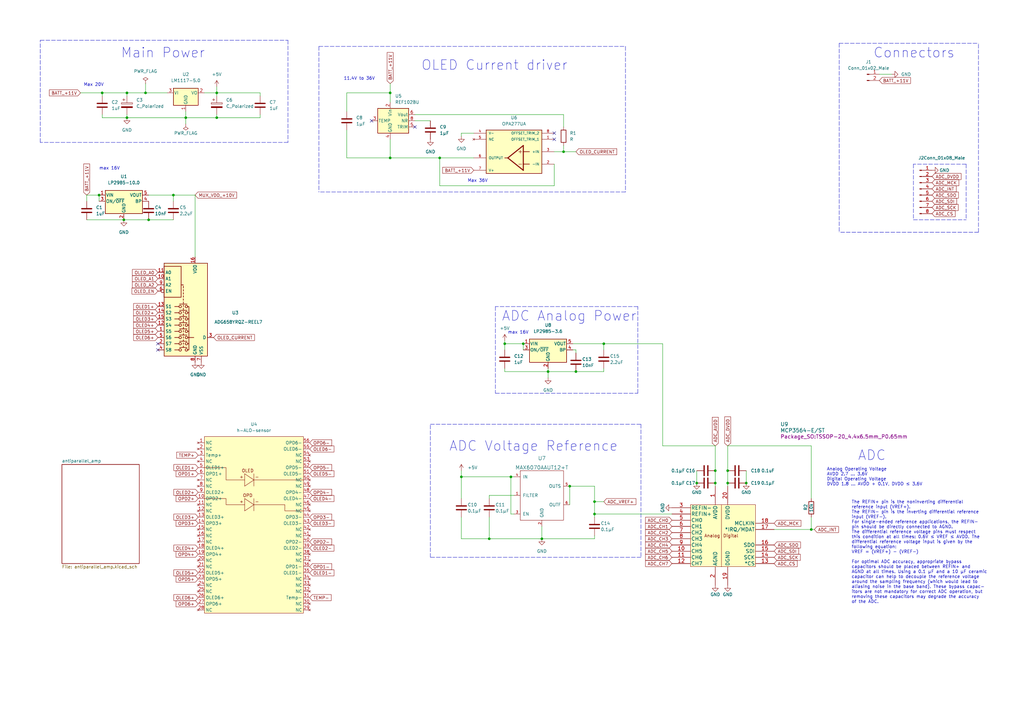
<source format=kicad_sch>
(kicad_sch (version 20211123) (generator eeschema)
  (paper "A3")
  (lib_symbols
    (symbol "ADG658:ADG658YRQZ-REEL7"
      (property "Reference" "U" (at 8.89 38.1 0))
      (property "Value" "ADG658YRQZ-REEL7" (at 1.27 36.83 0))
      (symbol "ADG658YRQZ-REEL7_1_1"
        (pin bidirectional line (at -11.43 -7.62 0) (length 2.54) (name "S5") (number "1"))
        (pin input line (at -11.43 13.97 0) (length 2.54) (name "A1") (number "10"))
        (pin input line (at -11.43 16.51 0) (length 2.54) (name "A0") (number "11"))
        (pin bidirectional line (at -11.43 -5.08 0) (length 2.54) (name "S4") (number "12"))
        (pin bidirectional line (at -11.43 2.54 0) (length 2.54) (name "S1") (number "13"))
        (pin bidirectional line (at -11.43 0 0) (length 2.54) (name "S2") (number "14"))
        (pin bidirectional line (at -11.43 -2.54 0) (length 2.54) (name "S3") (number "15"))
        (pin power_in line (at 3.81 22.86 270) (length 2.54) (name "VDD") (number "16"))
        (pin bidirectional line (at -11.43 -12.7 0) (length 2.54) (name "S7") (number "2"))
        (pin bidirectional line (at 11.43 -10.16 180) (length 2.54) (name "D") (number "3"))
        (pin bidirectional line (at -11.43 -15.24 0) (length 2.54) (name "S8") (number "4"))
        (pin bidirectional line (at -11.43 -10.16 0) (length 2.54) (name "S6") (number "5"))
        (pin input inverted (at -11.43 8.89 0) (length 2.54) (name "EN") (number "6"))
        (pin power_in line (at 6.35 -20.32 90) (length 2.54) (name "VSS") (number "7"))
        (pin power_in line (at 3.81 -20.32 90) (length 2.54) (name "GND") (number "8"))
        (pin input line (at -11.43 11.43 0) (length 2.54) (name "A2") (number "9"))
      )
    )
    (symbol "Connector:Conn_01x02_Male" (pin_names (offset 1.016) hide)
      (property "Reference" "J" (at 0 2.54 0))
      (property "Value" "Conn_01x02_Male" (at 0 -5.08 0))
      (symbol "Conn_01x02_Male_1_1"
        (pin passive line (at 5.08 0 180) (length 3.81) (name "Pin_1") (number "1"))
        (pin passive line (at 5.08 -2.54 180) (length 3.81) (name "Pin_2") (number "2"))
      )
    )
    (symbol "Connector:Conn_01x08_Male" (pin_names (offset 1.016) hide)
      (property "Reference" "J" (at 0 10.16 0))
      (property "Value" "Conn_01x08_Male" (at 0 -12.7 0))
      (symbol "Conn_01x08_Male_1_1"
        (pin passive line (at 5.08 7.62 180) (length 3.81) (name "Pin_1") (number "1"))
        (pin passive line (at 5.08 5.08 180) (length 3.81) (name "Pin_2") (number "2"))
        (pin passive line (at 5.08 2.54 180) (length 3.81) (name "Pin_3") (number "3"))
        (pin passive line (at 5.08 0 180) (length 3.81) (name "Pin_4") (number "4"))
        (pin passive line (at 5.08 -2.54 180) (length 3.81) (name "Pin_5") (number "5"))
        (pin passive line (at 5.08 -5.08 180) (length 3.81) (name "Pin_6") (number "6"))
        (pin passive line (at 5.08 -7.62 180) (length 3.81) (name "Pin_7") (number "7"))
        (pin passive line (at 5.08 -10.16 180) (length 3.81) (name "Pin_8") (number "8"))
      )
    )
    (symbol "Device:C" (pin_numbers hide) (pin_names (offset 0.254))
      (property "Reference" "C" (at 0.635 2.54 0))
      (property "Value" "C" (at 0.635 -2.54 0))
      (symbol "C_1_1"
        (pin passive line (at 0 3.81 270) (length 2.794) (name "~") (number "1"))
        (pin passive line (at 0 -3.81 90) (length 2.794) (name "~") (number "2"))
      )
    )
    (symbol "Device:C_Polarized" (pin_numbers hide) (pin_names (offset 0.254))
      (property "Reference" "C" (at 0.635 2.54 0))
      (property "Value" "C_Polarized" (at 0.635 -2.54 0))
      (symbol "C_Polarized_1_1"
        (pin passive line (at 0 3.81 270) (length 2.794) (name "~") (number "1"))
        (pin passive line (at 0 -3.81 90) (length 2.794) (name "~") (number "2"))
      )
    )
    (symbol "Device:R" (pin_numbers hide) (pin_names (offset 0))
      (property "Reference" "R" (at 2.032 0 90))
      (property "Value" "R" (at 0 0 90))
      (symbol "R_1_1"
        (pin passive line (at 0 3.81 270) (length 1.27) (name "~") (number "1"))
        (pin passive line (at 0 -3.81 90) (length 1.27) (name "~") (number "2"))
      )
    )
    (symbol "MAX6070:MAX6070AAUT12+T" (pin_names (offset 1.016))
      (property "Reference" "U" (at -8.89 11.43 0))
      (property "Value" "MAX6070AAUT12+T" (at 8.89 11.43 0))
      (symbol "MAX6070AAUT12+T_1_1"
        (pin passive line (at -11.43 0 0) (length 2.54) (name "FILTER") (number "1"))
        (pin power_in line (at 0 -12.7 90) (length 2.54) (name "GND") (number "2"))
        (pin input line (at -11.43 -7.62 0) (length 2.54) (name "EN") (number "3"))
        (pin power_in line (at -11.43 7.62 0) (length 2.54) (name "IN") (number "4"))
        (pin passive line (at 11.43 3.81 180) (length 2.54) (name "OUTS") (number "5"))
        (pin power_out line (at 11.43 -3.81 180) (length 2.54) (name "OUTF") (number "6"))
      )
    )
    (symbol "MCP356x:MCP3564-E{slash}ST" (pin_names (offset 0.254))
      (property "Reference" "U" (at 27.94 2.54 0))
      (property "Value" "MCP3564-E{slash}ST" (at 27.94 -1.27 0))
      (property "Footprint" "Package_SO:TSSOP-20_4.4x6.5mm_P0.65mm" (at 27.94 6.096 0))
      (symbol "MCP3564-E{slash}ST_0_0"
        (text "Analog" (at -3.81 0 0) (effects (font (size 1.27 1.27))))
        (text "Digital" (at 3.81 0 0) (effects (font (size 1.27 1.27))))
      )
      (symbol "MCP3564-E{slash}ST_1_1"
        (pin power_in line (at -2.54 20.32 270) (length 7.62) (name "AVDD") (number "1"))
        (pin input line (at -20.32 -6.35 0) (length 7.62) (name "CH5") (number "10"))
        (pin input line (at -20.32 -8.89 0) (length 7.62) (name "CH6") (number "11"))
        (pin input line (at -20.32 -11.43 0) (length 7.62) (name "CH7") (number "12"))
        (pin input line (at 21.59 -11.43 180) (length 7.62) (name "*CS") (number "13"))
        (pin input line (at 21.59 -8.89 180) (length 7.62) (name "SCK") (number "14"))
        (pin input line (at 21.59 -6.35 180) (length 7.62) (name "SDI") (number "15"))
        (pin output line (at 21.59 -3.81 180) (length 7.62) (name "SDO") (number "16"))
        (pin output line (at 21.59 2.54 180) (length 7.62) (name "*IRQ/MDAT") (number "17"))
        (pin bidirectional line (at 21.59 5.08 180) (length 7.62) (name "MCLKIN") (number "18"))
        (pin power_in line (at 2.54 -20.32 90) (length 7.62) (name "DGND") (number "19"))
        (pin power_in line (at -2.54 -20.32 90) (length 7.62) (name "AGND") (number "2"))
        (pin power_in line (at 2.54 20.32 270) (length 7.62) (name "DVDD") (number "20"))
        (pin input line (at -20.32 11.43 0) (length 7.62) (name "REFIN-") (number "3"))
        (pin input line (at -20.32 8.89 0) (length 7.62) (name "REFIN+") (number "4"))
        (pin input line (at -20.32 6.35 0) (length 7.62) (name "CH0") (number "5"))
        (pin input line (at -20.32 3.81 0) (length 7.62) (name "CH1") (number "6"))
        (pin input line (at -20.32 1.27 0) (length 7.62) (name "CH2") (number "7"))
        (pin input line (at -20.32 -1.27 0) (length 7.62) (name "CH3") (number "8"))
        (pin input line (at -20.32 -3.81 0) (length 7.62) (name "CH4") (number "9"))
      )
    )
    (symbol "OPAx277:OPA277UA" (pin_names (offset 1.016))
      (property "Reference" "U" (at -10.16 13.97 0))
      (property "Value" "OPA277UA" (at -10.16 -6.35 0))
      (symbol "OPA277UA_0_0"
        (pin input line (at -15.24 0 0) (length 5.08) (name "OFFSET_TRIM_1") (number "1"))
        (pin input line (at -15.24 10.16 0) (length 5.08) (name "-IN") (number "2"))
        (pin input line (at -15.24 5.08 0) (length 5.08) (name "+IN") (number "3"))
        (pin power_in line (at 17.78 -2.54 180) (length 5.08) (name "V-") (number "4"))
        (pin no_connect line (at 17.78 0 180) (length 5.08) (name "NC") (number "5"))
        (pin output line (at 17.78 7.62 180) (length 5.08) (name "OUTPUT") (number "6"))
        (pin power_in line (at 17.78 12.7 180) (length 5.08) (name "V+") (number "7"))
        (pin input line (at -15.24 -2.54 0) (length 5.08) (name "OFFSET_TRIM_2") (number "8"))
      )
    )
    (symbol "Reference_Voltage:REF102BU" (pin_names (offset 0.254))
      (property "Reference" "U" (at 0 8.255 0))
      (property "Value" "REF102BU" (at 3.175 6.35 0))
      (symbol "REF102BU_1_1"
        (pin no_connect line (at -5.08 -5.08 90) (length 2.54) hide (name "NC") (number "1"))
        (pin power_in line (at -2.54 7.62 270) (length 2.54) (name "Vin") (number "2"))
        (pin passive line (at -10.16 0 0) (length 2.54) (name "TEMP") (number "3"))
        (pin power_in line (at -2.54 -7.62 90) (length 2.54) (name "GND") (number "4"))
        (pin passive line (at 7.62 -2.54 180) (length 2.54) (name "TRIM") (number "5"))
        (pin power_out line (at 7.62 2.54 180) (length 2.54) (name "Vout") (number "6"))
        (pin no_connect line (at 0 -5.08 90) (length 2.54) hide (name "NC") (number "7"))
        (pin passive line (at 7.62 0 180) (length 2.54) (name "NR") (number "8"))
      )
    )
    (symbol "Regulator_Linear:LM1117-5.0" (pin_names (offset 0.254))
      (property "Reference" "U" (at -3.81 3.175 0))
      (property "Value" "LM1117-5.0" (at 0 3.175 0))
      (symbol "LM1117-5.0_1_1"
        (pin power_in line (at 0 -7.62 90) (length 2.54) (name "GND") (number "1"))
        (pin power_out line (at 7.62 0 180) (length 2.54) (name "VO") (number "2"))
        (pin power_in line (at -7.62 0 0) (length 2.54) (name "VI") (number "3"))
      )
    )
    (symbol "Regulator_Linear:LP2985-10.0" (pin_names (offset 0.254))
      (property "Reference" "U" (at -6.35 5.715 0))
      (property "Value" "LP2985-10.0" (at 0 5.715 0))
      (symbol "LP2985-10.0_1_1"
        (pin power_in line (at -10.16 2.54 0) (length 2.54) (name "VIN") (number "1"))
        (pin power_in line (at 0 -7.62 90) (length 2.54) (name "GND") (number "2"))
        (pin input line (at -10.16 0 0) (length 2.54) (name "ON/~{OFF}") (number "3"))
        (pin input line (at 10.16 0 180) (length 2.54) (name "BP") (number "4"))
        (pin power_out line (at 10.16 2.54 180) (length 2.54) (name "VOUT") (number "5"))
      )
    )
    (symbol "Regulator_Linear:LP2985-3.3" (pin_names (offset 0.254))
      (property "Reference" "U" (at -6.35 5.715 0))
      (property "Value" "LP2985-3.3" (at 0 5.715 0))
      (symbol "LP2985-3.3_1_1"
        (pin power_in line (at -10.16 2.54 0) (length 2.54) (name "VIN") (number "1"))
        (pin power_in line (at 0 -7.62 90) (length 2.54) (name "GND") (number "2"))
        (pin input line (at -10.16 0 0) (length 2.54) (name "ON/~{OFF}") (number "3"))
        (pin input line (at 10.16 0 180) (length 2.54) (name "BP") (number "4"))
        (pin power_out line (at 10.16 2.54 180) (length 2.54) (name "VOUT") (number "5"))
      )
    )
    (symbol "h-ALO:h-ALO-sensor"
      (property "Reference" "U" (at 0 20.32 0))
      (property "Value" "h-ALO-sensor" (at 0 22.86 0))
      (symbol "h-ALO-sensor_0_0"
        (text "+" (at -3.81 -1.27 0) (effects (font (size 1.27 1.27))))
        (text "+" (at -3.81 8.89 0) (effects (font (size 1.27 1.27))))
        (text "-" (at 2.54 -1.27 0) (effects (font (size 1.27 1.27))))
        (text "-" (at 2.54 8.89 0) (effects (font (size 1.27 1.27))))
        (text "OLED" (at -1.27 11.43 0) (effects (font (size 1.27 1.27))))
        (text "OPD" (at -1.27 1.27 0) (effects (font (size 1.27 1.27))))
        (pin input line (at -21.59 0 0) (length 2.54) (name "OPD2+") (number "10"))
        (pin no_connect line (at -21.59 -2.54 0) (length 2.54) (name "NC") (number "11"))
        (pin no_connect line (at -21.59 -5.08 0) (length 2.54) (name "NC") (number "12"))
        (pin input line (at -21.59 -7.62 0) (length 2.54) (name "OLED3+") (number "13"))
        (pin input line (at -21.59 -10.16 0) (length 2.54) (name "OPD3+") (number "14"))
        (pin no_connect line (at -21.59 -12.7 0) (length 2.54) (name "NC") (number "15"))
        (pin no_connect line (at -21.59 -15.24 0) (length 2.54) (name "NC") (number "16"))
        (pin no_connect line (at -21.59 -17.78 0) (length 2.54) (name "NC") (number "17"))
        (pin input line (at -21.59 -20.32 0) (length 2.54) (name "OLED4+") (number "18"))
        (pin input line (at -21.59 -22.86 0) (length 2.54) (name "OPD4+") (number "19"))
        (pin no_connect line (at -21.59 20.32 0) (length 2.54) (name "NC") (number "2"))
        (pin no_connect line (at -21.59 -25.4 0) (length 2.54) (name "NC") (number "20"))
        (pin no_connect line (at -21.59 -27.94 0) (length 2.54) (name "NC") (number "21"))
        (pin input line (at -21.59 -30.48 0) (length 2.54) (name "OLED5+") (number "22"))
        (pin input line (at -21.59 -33.02 0) (length 2.54) (name "OPD5+") (number "23"))
        (pin no_connect line (at -21.59 -35.56 0) (length 2.54) (name "NC") (number "24"))
        (pin no_connect line (at -21.59 -38.1 0) (length 2.54) (name "NC") (number "25"))
        (pin input line (at -21.59 -40.64 0) (length 2.54) (name "OLED6+") (number "26"))
        (pin input line (at -21.59 -43.18 0) (length 2.54) (name "OPD6+") (number "27"))
        (pin no_connect line (at -21.59 -45.72 0) (length 2.54) (name "NC") (number "28"))
        (pin input line (at -21.59 17.78 0) (length 2.54) (name "Temp+") (number "3"))
        (pin no_connect line (at 24.13 -43.18 180) (length 2.54) (name "NC") (number "30"))
        (pin input line (at 24.13 -40.64 180) (length 2.54) (name "Temp-") (number "31"))
        (pin no_connect line (at 24.13 -38.1 180) (length 2.54) (name "NC") (number "32"))
        (pin no_connect line (at 24.13 -35.56 180) (length 2.54) (name "NC") (number "33"))
        (pin no_connect line (at 24.13 -33.02 180) (length 2.54) (name "NC") (number "34"))
        (pin input line (at 24.13 -30.48 180) (length 2.54) (name "OLED1-") (number "35"))
        (pin input line (at 24.13 -27.94 180) (length 2.54) (name "OPD1-") (number "36"))
        (pin no_connect line (at 24.13 -25.4 180) (length 2.54) (name "NC") (number "37"))
        (pin no_connect line (at 24.13 -22.86 180) (length 2.54) (name "NC") (number "38"))
        (pin input line (at 24.13 -20.32 180) (length 2.54) (name "OLED2-") (number "39"))
        (pin no_connect line (at -21.59 15.24 0) (length 2.54) (name "NC") (number "4"))
        (pin input line (at 24.13 -17.78 180) (length 2.54) (name "OPD2-") (number "40"))
        (pin no_connect line (at 24.13 -15.24 180) (length 2.54) (name "NC") (number "41"))
        (pin no_connect line (at 24.13 -12.7 180) (length 2.54) (name "NC") (number "42"))
        (pin input line (at 24.13 -10.16 180) (length 2.54) (name "OLED3-") (number "43"))
        (pin input line (at 24.13 -7.62 180) (length 2.54) (name "OPD3-") (number "44"))
        (pin no_connect line (at 24.13 -5.08 180) (length 2.54) (name "NC") (number "45"))
        (pin no_connect line (at 24.13 -2.54 180) (length 2.54) (name "NC") (number "46"))
        (pin input line (at 24.13 0 180) (length 2.54) (name "OLED4-") (number "47"))
        (pin input line (at 24.13 2.54 180) (length 2.54) (name "OPD4-") (number "48"))
        (pin no_connect line (at 24.13 5.08 180) (length 2.54) (name "NC") (number "49"))
        (pin input line (at -21.59 12.7 0) (length 2.54) (name "OLED1+") (number "5"))
        (pin no_connect line (at 24.13 7.62 180) (length 2.54) (name "NC") (number "50"))
        (pin input line (at 24.13 10.16 180) (length 2.54) (name "OLED5-") (number "51"))
        (pin input line (at 24.13 12.7 180) (length 2.54) (name "OPD5-") (number "52"))
        (pin no_connect line (at 24.13 15.24 180) (length 2.54) (name "NC") (number "53"))
        (pin no_connect line (at 24.13 17.78 180) (length 2.54) (name "NC") (number "54"))
        (pin input line (at 24.13 20.32 180) (length 2.54) (name "OLED6-") (number "55"))
        (pin input line (at 24.13 22.86 180) (length 2.54) (name "OPD6-") (number "56"))
        (pin input line (at -21.59 10.16 0) (length 2.54) (name "OPD1+") (number "6"))
        (pin no_connect line (at -21.59 7.62 0) (length 2.54) (name "NC") (number "7"))
        (pin no_connect line (at -21.59 5.08 0) (length 2.54) (name "NC") (number "8"))
        (pin input line (at -21.59 2.54 0) (length 2.54) (name "OLED2+") (number "9"))
      )
      (symbol "h-ALO-sensor_1_1"
        (pin no_connect line (at -21.59 22.86 0) (length 2.54) (name "NC") (number "1"))
        (pin no_connect line (at 24.13 -45.72 180) (length 2.54) (name "NC") (number "29"))
      )
    )
    (symbol "power:+5V" (power) (pin_names (offset 0))
      (property "Value" "+5V" (at 0 3.556 0))
      (symbol "+5V_1_1"
        (pin power_in line (at 0 0 90) (length 0) hide (name "+5V") (number "1"))
      )
    )
    (symbol "power:GND" (power) (pin_names (offset 0))
      (property "Value" "GND" (at 0 -3.81 0))
      (symbol "GND_1_1"
        (pin power_in line (at 0 0 270) (length 0) hide (name "GND") (number "1"))
      )
    )
    (symbol "power:PWR_FLAG" (power) (pin_numbers hide) (pin_names (offset 0) hide)
      (property "Value" "PWR_FLAG" (at 0 3.81 0))
      (symbol "PWR_FLAG_0_0"
        (pin power_out line (at 0 0 90) (length 0) (name "pwr") (number "1"))
      )
    )
  )
  (junction (at 50.8 90.17))
  (junction (at 88.9 48.26))
  (junction (at 41.91 38.1))
  (junction (at 224.79 152.4))
  (junction (at 243.84 205.74))
  (junction (at 247.65 140.97))
  (junction (at 231.14 62.23))
  (junction (at 88.9 38.1))
  (junction (at 222.25 220.98))
  (junction (at 293.37 193.04))
  (junction (at 71.12 80.01))
  (junction (at 40.64 80.01))
  (junction (at 306.07 198.12))
  (junction (at 160.02 38.1))
  (junction (at 59.69 38.1))
  (junction (at 52.07 48.26))
  (junction (at 60.96 90.17))
  (junction (at 214.63 140.97))
  (junction (at 233.68 199.39))
  (junction (at 200.66 220.98))
  (junction (at 243.84 210.82))
  (junction (at 180.34 64.77))
  (junction (at 207.01 140.97))
  (junction (at 209.55 195.58))
  (junction (at 76.2 48.26))
  (junction (at 298.45 193.04))
  (junction (at 332.74 217.17))
  (junction (at 293.37 198.12))
  (junction (at 52.07 38.1))
  (junction (at 160.02 64.77))
  (junction (at 189.23 195.58))
  (junction (at 236.22 152.4))
  (junction (at 285.75 198.12))
  (junction (at 298.45 198.12))
  (no_connect (at 64.77 140.97))
  (no_connect (at 227.33 57.15))
  (no_connect (at 152.4 49.53))
  (no_connect (at 170.18 52.07))
  (no_connect (at 227.33 54.61))
  (no_connect (at 64.77 143.51))
  (wire (pts (xy 88.9 38.1) (xy 88.9 39.37)))
  (polyline (pts (xy 130.81 19.05) (xy 130.81 78.74)))
  (wire (pts (xy 80.01 80.01) (xy 80.01 105.41)))
  (polyline (pts (xy 344.17 17.78) (xy 344.17 95.25)))
  (wire (pts (xy 243.84 205.74) (xy 243.84 210.82)))
  (wire (pts (xy 207.01 139.7) (xy 207.01 140.97)))
  (wire (pts (xy 76.2 48.26) (xy 88.9 48.26)))
  (wire (pts (xy 224.79 152.4) (xy 236.22 152.4)))
  (wire (pts (xy 194.31 54.61) (xy 189.23 54.61)))
  (wire (pts (xy 106.68 38.1) (xy 106.68 39.37)))
  (wire (pts (xy 142.24 64.77) (xy 142.24 53.34)))
  (polyline (pts (xy 203.2 161.29) (xy 261.62 161.29)))
  (wire (pts (xy 298.45 193.04) (xy 298.45 198.12)))
  (polyline (pts (xy 16.51 16.51) (xy 118.11 16.51)))
  (wire (pts (xy 298.45 182.88) (xy 332.74 182.88)))
  (polyline (pts (xy 344.17 17.78) (xy 401.32 17.78)))
  (wire (pts (xy 231.14 59.69) (xy 231.14 62.23)))
  (wire (pts (xy 271.78 182.88) (xy 293.37 182.88)))
  (wire (pts (xy 224.79 151.13) (xy 224.79 152.4)))
  (wire (pts (xy 222.25 220.98) (xy 200.66 220.98)))
  (wire (pts (xy 160.02 64.77) (xy 142.24 64.77)))
  (wire (pts (xy 298.45 198.12) (xy 298.45 199.39)))
  (polyline (pts (xy 118.11 16.51) (xy 118.11 58.42)))
  (wire (pts (xy 33.02 38.1) (xy 41.91 38.1)))
  (wire (pts (xy 222.25 220.98) (xy 243.84 220.98)))
  (wire (pts (xy 52.07 48.26) (xy 76.2 48.26)))
  (wire (pts (xy 35.56 80.01) (xy 35.56 82.55)))
  (wire (pts (xy 209.55 195.58) (xy 210.82 195.58)))
  (wire (pts (xy 231.14 62.23) (xy 236.22 62.23)))
  (wire (pts (xy 298.45 182.88) (xy 298.45 193.04)))
  (polyline (pts (xy 401.32 95.25) (xy 401.32 17.78)))
  (wire (pts (xy 224.79 154.94) (xy 224.79 152.4)))
  (wire (pts (xy 160.02 64.77) (xy 180.34 64.77)))
  (polyline (pts (xy 396.24 67.31) (xy 374.65 67.31)))
  (wire (pts (xy 332.74 204.47) (xy 332.74 182.88)))
  (wire (pts (xy 189.23 195.58) (xy 189.23 204.47)))
  (wire (pts (xy 106.68 48.26) (xy 88.9 48.26)))
  (wire (pts (xy 214.63 140.97) (xy 214.63 143.51)))
  (polyline (pts (xy 262.89 173.99) (xy 262.89 228.6)))
  (wire (pts (xy 71.12 80.01) (xy 80.01 80.01)))
  (polyline (pts (xy 176.53 228.6) (xy 176.53 173.99)))
  (wire (pts (xy 35.56 90.17) (xy 50.8 90.17)))
  (wire (pts (xy 243.84 220.98) (xy 243.84 219.71)))
  (wire (pts (xy 189.23 195.58) (xy 209.55 195.58)))
  (wire (pts (xy 59.69 38.1) (xy 68.58 38.1)))
  (wire (pts (xy 317.5 217.17) (xy 332.74 217.17)))
  (polyline (pts (xy 203.2 125.73) (xy 203.2 161.29)))
  (wire (pts (xy 207.01 152.4) (xy 224.79 152.4)))
  (wire (pts (xy 243.84 199.39) (xy 243.84 205.74)))
  (wire (pts (xy 227.33 76.2) (xy 180.34 76.2)))
  (wire (pts (xy 247.65 152.4) (xy 247.65 151.13)))
  (wire (pts (xy 52.07 38.1) (xy 59.69 38.1)))
  (wire (pts (xy 160.02 38.1) (xy 160.02 41.91)))
  (wire (pts (xy 83.82 38.1) (xy 88.9 38.1)))
  (wire (pts (xy 41.91 48.26) (xy 41.91 46.99)))
  (wire (pts (xy 293.37 198.12) (xy 293.37 193.04)))
  (wire (pts (xy 233.68 199.39) (xy 233.68 207.01)))
  (wire (pts (xy 71.12 82.55) (xy 71.12 80.01)))
  (wire (pts (xy 76.2 50.8) (xy 76.2 48.26)))
  (wire (pts (xy 52.07 46.99) (xy 52.07 48.26)))
  (wire (pts (xy 207.01 140.97) (xy 214.63 140.97)))
  (polyline (pts (xy 401.32 95.25) (xy 344.17 95.25)))
  (wire (pts (xy 200.66 220.98) (xy 189.23 220.98)))
  (wire (pts (xy 40.64 80.01) (xy 35.56 80.01)))
  (polyline (pts (xy 256.54 78.74) (xy 130.81 78.74)))
  (wire (pts (xy 365.76 30.48) (xy 360.68 30.48)))
  (polyline (pts (xy 118.11 58.42) (xy 16.51 58.42)))
  (wire (pts (xy 231.14 62.23) (xy 227.33 62.23)))
  (polyline (pts (xy 256.54 19.05) (xy 256.54 78.74)))
  (wire (pts (xy 40.64 80.01) (xy 40.64 82.55)))
  (polyline (pts (xy 176.53 173.99) (xy 262.89 173.99)))
  (wire (pts (xy 160.02 57.15) (xy 160.02 64.77)))
  (wire (pts (xy 170.18 46.99) (xy 231.14 46.99)))
  (wire (pts (xy 233.68 199.39) (xy 243.84 199.39)))
  (wire (pts (xy 243.84 210.82) (xy 275.59 210.82)))
  (wire (pts (xy 285.75 193.04) (xy 285.75 198.12)))
  (wire (pts (xy 293.37 199.39) (xy 293.37 198.12)))
  (wire (pts (xy 52.07 39.37) (xy 52.07 38.1)))
  (wire (pts (xy 59.69 34.29) (xy 59.69 38.1)))
  (polyline (pts (xy 130.81 19.05) (xy 256.54 19.05)))
  (wire (pts (xy 200.66 212.09) (xy 200.66 220.98)))
  (polyline (pts (xy 262.89 228.6) (xy 176.53 228.6)))
  (wire (pts (xy 306.07 193.04) (xy 306.07 198.12)))
  (wire (pts (xy 88.9 38.1) (xy 88.9 35.56)))
  (wire (pts (xy 227.33 67.31) (xy 227.33 76.2)))
  (wire (pts (xy 106.68 46.99) (xy 106.68 48.26)))
  (wire (pts (xy 88.9 38.1) (xy 106.68 38.1)))
  (wire (pts (xy 210.82 210.82) (xy 209.55 210.82)))
  (wire (pts (xy 50.8 90.17) (xy 60.96 90.17)))
  (wire (pts (xy 71.12 80.01) (xy 60.96 80.01)))
  (wire (pts (xy 142.24 38.1) (xy 160.02 38.1)))
  (wire (pts (xy 88.9 48.26) (xy 88.9 46.99)))
  (wire (pts (xy 247.65 140.97) (xy 247.65 143.51)))
  (wire (pts (xy 160.02 34.29) (xy 160.02 38.1)))
  (wire (pts (xy 247.65 205.74) (xy 243.84 205.74)))
  (wire (pts (xy 142.24 45.72) (xy 142.24 38.1)))
  (polyline (pts (xy 374.65 67.31) (xy 374.65 90.17)))
  (wire (pts (xy 236.22 143.51) (xy 234.95 143.51)))
  (wire (pts (xy 207.01 140.97) (xy 207.01 143.51)))
  (polyline (pts (xy 261.62 161.29) (xy 261.62 125.73)))
  (polyline (pts (xy 261.62 125.73) (xy 203.2 125.73)))
  (wire (pts (xy 236.22 144.78) (xy 236.22 143.51)))
  (wire (pts (xy 207.01 152.4) (xy 207.01 151.13)))
  (wire (pts (xy 209.55 195.58) (xy 209.55 210.82)))
  (wire (pts (xy 76.2 45.72) (xy 76.2 48.26)))
  (wire (pts (xy 332.74 217.17) (xy 334.01 217.17)))
  (wire (pts (xy 332.74 212.09) (xy 332.74 217.17)))
  (wire (pts (xy 200.66 203.2) (xy 200.66 204.47)))
  (wire (pts (xy 234.95 140.97) (xy 247.65 140.97)))
  (wire (pts (xy 41.91 38.1) (xy 52.07 38.1)))
  (wire (pts (xy 189.23 193.04) (xy 189.23 195.58)))
  (wire (pts (xy 189.23 220.98) (xy 189.23 212.09)))
  (wire (pts (xy 210.82 203.2) (xy 200.66 203.2)))
  (wire (pts (xy 52.07 48.26) (xy 41.91 48.26)))
  (wire (pts (xy 243.84 212.09) (xy 243.84 210.82)))
  (polyline (pts (xy 396.24 67.31) (xy 396.24 90.17)))
  (wire (pts (xy 293.37 193.04) (xy 293.37 182.88)))
  (wire (pts (xy 231.14 46.99) (xy 231.14 52.07)))
  (wire (pts (xy 41.91 38.1) (xy 41.91 39.37)))
  (wire (pts (xy 222.25 215.9) (xy 222.25 220.98)))
  (wire (pts (xy 271.78 182.88) (xy 271.78 140.97)))
  (wire (pts (xy 170.18 49.53) (xy 176.53 49.53)))
  (polyline (pts (xy 16.51 58.42) (xy 16.51 16.51)))
  (wire (pts (xy 180.34 76.2) (xy 180.34 64.77)))
  (wire (pts (xy 60.96 90.17) (xy 71.12 90.17)))
  (wire (pts (xy 247.65 140.97) (xy 271.78 140.97)))
  (wire (pts (xy 236.22 152.4) (xy 247.65 152.4)))
  (wire (pts (xy 189.23 54.61) (xy 189.23 55.88)))
  (wire (pts (xy 180.34 64.77) (xy 194.31 64.77)))
  (polyline (pts (xy 374.65 90.17) (xy 396.24 90.17)))
  (text "OLED Current driver" (at 172.72 29.21 0) (effects (font (size 4 4)) (justify left bottom)))
  (text "Main Power" (at 49.53 24.13 0) (effects (font (size 4 4)) (justify left bottom)))
  (text "Analog Operating Voltage\nAVDD 2.7 ... 3.6V\nDigital Operating Voltage\nDVDD 1.8 ... AVDD + 0.1V, DVDD ≤ 3.6V" (at 339.09 199.39 0) (effects (font (size 1.27 1.27)) (justify left bottom)))
  (text "Max 36V" (at 191.77 74.93 0) (effects (font (size 1.27 1.27)) (justify left bottom)))
  (text "The REFIN+ pin is the noninverting differential\nreference input (VREF+).\nThe REFIN- pin is the inverting differential reference\ninput (VREF-).\nFor single-ended reference applications, the REFIN-\npin should be directly connected to AGND.\nThe differential reference voltage pins must respect\nthis condition at all times: 0.6V ≤ VREF ≤ AVDD. The\ndifferential reference voltage input is given by the\nfollowing equation:\nVREF = (VREF+) - (VREF-)\n\nFor optimal ADC accuracy, appropriate bypass\ncapacitors should be placed between REFIN+ and\nAGND at all times. Using a 0.1 µF and a 10 µF ceramic\ncapacitor can help to decouple the reference voltage\naround the sampling frequency (which would lead to\naliasing noise in the base band). These bypass capac-\nitors are not mandatory for correct ADC operation, but\nremoving these capacitors may degrade the accuracy\nof the ADC." (at 349.25 247.65 0) (effects (font (size 1.27 1.27)) (justify left bottom)))
  (text "Max 20V" (at 34.29 35.56 0) (effects (font (size 1.27 1.27)) (justify left bottom)))
  (text "11.4V to 36V" (at 140.97 33.02 0) (effects (font (size 1.27 1.27)) (justify left bottom)))
  (text "Connectors" (at 358.14 24.13 0) (effects (font (size 4 4)) (justify left bottom)))
  (text "ADC" (at 351.79 189.23 0) (effects (font (size 4 4)) (justify left bottom)))
  (text "ADC Analog Power" (at 205.74 132.08 0) (effects (font (size 4 4)) (justify left bottom)))
  (text "max 16V" (at 40.64 69.85 0) (effects (font (size 1.27 1.27)) (justify left bottom)))
  (text "max 16V" (at 208.28 137.16 0) (effects (font (size 1.27 1.27)) (justify left bottom)))
  (text "ADC Voltage Reference" (at 184.15 185.42 0) (effects (font (size 4 4)) (justify left bottom)))
  (global_label "OLED3+" (shape input) (at 64.77 130.81 180) (property "Intersheet References" "${INTERSHEET_REFS}" (effects hide)))
  (global_label "OLED4+" (shape input) (at 64.77 133.35 180) (property "Intersheet References" "${INTERSHEET_REFS}" (effects hide)))
  (global_label "OLED2+" (shape input) (at 81.28 201.93 180) (property "Intersheet References" "${INTERSHEET_REFS}" (effects hide)))
  (global_label "ADC_SDO" (shape input) (at 382.27 80.01 0) (property "Intersheet References" "${INTERSHEET_REFS}" (effects hide)))
  (global_label "OPD5-" (shape input) (at 127 191.77 0) (property "Intersheet References" "${INTERSHEET_REFS}" (effects hide)))
  (global_label "MUX_VDD_+10V" (shape input) (at 80.01 80.01 0) (property "Intersheet References" "${INTERSHEET_REFS}" (effects hide)))
  (global_label "BATT_+11V" (shape input) (at 360.68 33.02 0) (property "Intersheet References" "${INTERSHEET_REFS}" (effects hide)))
  (global_label "OLED6-" (shape input) (at 127 184.15 0) (property "Intersheet References" "${INTERSHEET_REFS}" (effects hide)))
  (global_label "OLED4+" (shape input) (at 81.28 224.79 180) (property "Intersheet References" "${INTERSHEET_REFS}" (effects hide)))
  (global_label "ADC_SCK" (shape input) (at 382.27 85.09 0) (property "Intersheet References" "${INTERSHEET_REFS}" (effects hide)))
  (global_label "ADC_CH0" (shape input) (at 275.59 213.36 180) (property "Intersheet References" "${INTERSHEET_REFS}" (effects hide)))
  (global_label "OLED6+" (shape input) (at 81.28 245.11 180) (property "Intersheet References" "${INTERSHEET_REFS}" (effects hide)))
  (global_label "ADC_CH3" (shape input) (at 275.59 220.98 180) (property "Intersheet References" "${INTERSHEET_REFS}" (effects hide)))
  (global_label "OPD3+" (shape input) (at 81.28 214.63 180) (property "Intersheet References" "${INTERSHEET_REFS}" (effects hide)))
  (global_label "OLED1-" (shape input) (at 127 234.95 0) (property "Intersheet References" "${INTERSHEET_REFS}" (effects hide)))
  (global_label "ADC_INT" (shape input) (at 382.27 77.47 0) (property "Intersheet References" "${INTERSHEET_REFS}" (effects hide)))
  (global_label "OLED_A0" (shape input) (at 64.77 111.76 180) (property "Intersheet References" "${INTERSHEET_REFS}" (effects hide)))
  (global_label "ADC_SDI" (shape input) (at 382.27 82.55 0) (property "Intersheet References" "${INTERSHEET_REFS}" (effects hide)))
  (global_label "ADC_CS" (shape input) (at 317.5 231.14 0) (property "Intersheet References" "${INTERSHEET_REFS}" (effects hide)))
  (global_label "OPD5+" (shape input) (at 81.28 237.49 180) (property "Intersheet References" "${INTERSHEET_REFS}" (effects hide)))
  (global_label "OPD2-" (shape input) (at 127 222.25 0) (property "Intersheet References" "${INTERSHEET_REFS}" (effects hide)))
  (global_label "BATT_+11V" (shape input) (at 35.56 80.01 90) (property "Intersheet References" "${INTERSHEET_REFS}" (effects hide)))
  (global_label "ADC_CH1" (shape input) (at 275.59 215.9 180) (property "Intersheet References" "${INTERSHEET_REFS}" (effects hide)))
  (global_label "TEMP+" (shape input) (at 81.28 186.69 180) (property "Intersheet References" "${INTERSHEET_REFS}" (effects hide)))
  (global_label "OLED6+" (shape input) (at 64.77 138.43 180) (property "Intersheet References" "${INTERSHEET_REFS}" (effects hide)))
  (global_label "OLED_A2" (shape input) (at 64.77 116.84 180) (property "Intersheet References" "${INTERSHEET_REFS}" (effects hide)))
  (global_label "OLED5+" (shape input) (at 81.28 234.95 180) (property "Intersheet References" "${INTERSHEET_REFS}" (effects hide)))
  (global_label "ADC_INT" (shape input) (at 334.01 217.17 0) (property "Intersheet References" "${INTERSHEET_REFS}" (effects hide)))
  (global_label "OLED3+" (shape input) (at 81.28 212.09 180) (property "Intersheet References" "${INTERSHEET_REFS}" (effects hide)))
  (global_label "ADC_CH4" (shape input) (at 275.59 223.52 180) (property "Intersheet References" "${INTERSHEET_REFS}" (effects hide)))
  (global_label "ADC_MCK" (shape input) (at 382.27 74.93 0) (property "Intersheet References" "${INTERSHEET_REFS}" (effects hide)))
  (global_label "BATT_+11V" (shape input) (at 194.31 69.85 180) (property "Intersheet References" "${INTERSHEET_REFS}" (effects hide)))
  (global_label "OPD1+" (shape input) (at 81.28 194.31 180) (property "Intersheet References" "${INTERSHEET_REFS}" (effects hide)))
  (global_label "OLED4-" (shape input) (at 127 204.47 0) (property "Intersheet References" "${INTERSHEET_REFS}" (effects hide)))
  (global_label "ADC_AVDD" (shape input) (at 293.37 182.88 90) (property "Intersheet References" "${INTERSHEET_REFS}" (effects hide)))
  (global_label "OLED_EN" (shape input) (at 64.77 119.38 180) (property "Intersheet References" "${INTERSHEET_REFS}" (effects hide)))
  (global_label "OLED1+" (shape input) (at 81.28 191.77 180) (property "Intersheet References" "${INTERSHEET_REFS}" (effects hide)))
  (global_label "OLED_A1" (shape input) (at 64.77 114.3 180) (property "Intersheet References" "${INTERSHEET_REFS}" (effects hide)))
  (global_label "OLED_CURRENT" (shape input) (at 236.22 62.23 0) (property "Intersheet References" "${INTERSHEET_REFS}" (effects hide)))
  (global_label "ADC_CH6" (shape input) (at 275.59 228.6 180) (property "Intersheet References" "${INTERSHEET_REFS}" (effects hide)))
  (global_label "ADC_VREF+" (shape input) (at 247.65 205.74 0) (property "Intersheet References" "${INTERSHEET_REFS}" (effects hide)))
  (global_label "OLED_CURRENT" (shape input) (at 87.63 138.43 0) (property "Intersheet References" "${INTERSHEET_REFS}" (effects hide)))
  (global_label "ADC_SDO" (shape input) (at 317.5 223.52 0) (property "Intersheet References" "${INTERSHEET_REFS}" (effects hide)))
  (global_label "OLED1+" (shape input) (at 64.77 125.73 180) (property "Intersheet References" "${INTERSHEET_REFS}" (effects hide)))
  (global_label "OLED5+" (shape input) (at 64.77 135.89 180) (property "Intersheet References" "${INTERSHEET_REFS}" (effects hide)))
  (global_label "OPD4+" (shape input) (at 81.28 227.33 180) (property "Intersheet References" "${INTERSHEET_REFS}" (effects hide)))
  (global_label "ADC_DVDD" (shape input) (at 382.27 72.39 0) (property "Intersheet References" "${INTERSHEET_REFS}" (effects hide)))
  (global_label "OPD3-" (shape input) (at 127 212.09 0) (property "Intersheet References" "${INTERSHEET_REFS}" (effects hide)))
  (global_label "BATT_+11V" (shape input) (at 160.02 34.29 90) (property "Intersheet References" "${INTERSHEET_REFS}" (effects hide)))
  (global_label "ADC_MCK" (shape input) (at 317.5 214.63 0) (property "Intersheet References" "${INTERSHEET_REFS}" (effects hide)))
  (global_label "OPD6-" (shape input) (at 127 181.61 0) (property "Intersheet References" "${INTERSHEET_REFS}" (effects hide)))
  (global_label "OPD2+" (shape input) (at 81.28 204.47 180) (property "Intersheet References" "${INTERSHEET_REFS}" (effects hide)))
  (global_label "ADC_SCK" (shape input) (at 317.5 228.6 0) (property "Intersheet References" "${INTERSHEET_REFS}" (effects hide)))
  (global_label "TEMP-" (shape input) (at 127 245.11 0) (property "Intersheet References" "${INTERSHEET_REFS}" (effects hide)))
  (global_label "OLED3-" (shape input) (at 127 214.63 0) (property "Intersheet References" "${INTERSHEET_REFS}" (effects hide)))
  (global_label "ADC_CH5" (shape input) (at 275.59 226.06 180) (property "Intersheet References" "${INTERSHEET_REFS}" (effects hide)))
  (global_label "OLED5-" (shape input) (at 127 194.31 0) (property "Intersheet References" "${INTERSHEET_REFS}" (effects hide)))
  (global_label "ADC_CS" (shape input) (at 382.27 87.63 0) (property "Intersheet References" "${INTERSHEET_REFS}" (effects hide)))
  (global_label "ADC_CH7" (shape input) (at 275.59 231.14 180) (property "Intersheet References" "${INTERSHEET_REFS}" (effects hide)))
  (global_label "OLED2+" (shape input) (at 64.77 128.27 180) (property "Intersheet References" "${INTERSHEET_REFS}" (effects hide)))
  (global_label "ADC_SDI" (shape input) (at 317.5 226.06 0) (property "Intersheet References" "${INTERSHEET_REFS}" (effects hide)))
  (global_label "OPD6+" (shape input) (at 81.28 247.65 180) (property "Intersheet References" "${INTERSHEET_REFS}" (effects hide)))
  (global_label "ADC_DVDD" (shape input) (at 298.45 182.88 90) (property "Intersheet References" "${INTERSHEET_REFS}" (effects hide)))
  (global_label "ADC_CH2" (shape input) (at 275.59 218.44 180) (property "Intersheet References" "${INTERSHEET_REFS}" (effects hide)))
  (global_label "OLED2-" (shape input) (at 127 224.79 0) (property "Intersheet References" "${INTERSHEET_REFS}" (effects hide)))
  (global_label "BATT_+11V" (shape input) (at 33.02 38.1 180) (property "Intersheet References" "${INTERSHEET_REFS}" (effects hide)))
  (global_label "OPD1-" (shape input) (at 127 232.41 0) (property "Intersheet References" "${INTERSHEET_REFS}" (effects hide)))
  (global_label "OPD4-" (shape input) (at 127 201.93 0) (property "Intersheet References" "${INTERSHEET_REFS}" (effects hide)))
  (symbol (lib_id "Device:R") (at 231.14 55.88 0) (unit 1)
    (property "Reference" "R1" (at 233.68 54.6099 0) (effects (justify left)))
    (property "Value" "R" (at 233.68 57.1499 0) (effects (justify left)))
    (property "Footprint" "Resistor_SMD:R_0603_1608Metric" (effects hide))
  )
  (symbol (lib_id "power:+5V") (at 207.01 139.7 0) (unit 1)
    (property "Reference" "#PWR0113" (effects hide))
    (property "Value" "+5V" (at 207.01 134.62 0))
  )
  (symbol (lib_id "power:GND") (at 285.75 198.12 0) (unit 1)
    (property "Reference" "#PWR0108" (effects hide))
    (property "Value" "GND" (at 285.75 201.93 0))
  )
  (symbol (lib_id "power:+5V") (at 88.9 35.56 0) (unit 1)
    (property "Reference" "#PWR0101" (effects hide))
    (property "Value" "+5V" (at 88.9 30.48 0))
  )
  (symbol (lib_id "power:GND") (at 222.25 220.98 0) (unit 1)
    (property "Reference" "#PWR0112" (effects hide))
    (property "Value" "GND" (at 222.25 226.06 0))
  )
  (symbol (lib_id "Device:C") (at 247.65 147.32 0) (unit 1)
    (property "Reference" "C15" (at 250.19 146.05 0) (effects (justify left)))
    (property "Value" "2.2uF" (at 250.19 148.59 0) (effects (justify left)))
    (property "Footprint" "Capacitor_SMD:C_0603_1608Metric" (effects hide))
  )
  (symbol (lib_id "Device:C_Polarized") (at 52.07 43.18 0) (unit 1)
    (property "Reference" "C3" (at 55.88 41.0209 0) (effects (justify left)))
    (property "Value" "C_Polarized" (at 55.88 43.5609 0) (effects (justify left)))
    (property "Footprint" "Capacitor_THT:CP_Radial_D5.0mm_P2.00mm" (effects hide))
  )
  (symbol (lib_id "power:GND") (at 275.59 208.28 270) (unit 1)
    (property "Reference" "#PWR0107" (effects hide))
    (property "Value" "GND" (at 271.78 208.28 0))
  )
  (symbol (lib_id "Device:C") (at 289.56 193.04 90) (unit 1)
    (property "Reference" "C16" (at 283.21 193.04 90))
    (property "Value" "0.1µF" (at 278.13 193.04 90))
    (property "Footprint" "Capacitor_SMD:C_0603_1608Metric" (effects hide))
  )
  (symbol (lib_id "Regulator_Linear:LP2985-10.0") (at 50.8 82.55 0) (unit 1)
    (property "Reference" "U1" (at 50.8 72.39 0))
    (property "Value" "LP2985-10.0" (at 50.8 74.93 0))
    (property "Footprint" "Package_TO_SOT_SMD:SOT-23-5" (effects hide))
    (property "Datasheet" "http://www.ti.com/lit/ds/symlink/lp2985.pdf" (effects hide))
  )
  (symbol (lib_id "MCP356x:MCP3564-E{slash}ST") (at 295.91 219.71 0) (unit 1)
    (property "Reference" "U9" (at 320.04 173.99 0) (effects (font (size 1.524 1.524)) (justify left)))
    (property "Value" "MCP3564-E/ST" (at 320.04 176.53 0) (effects (font (size 1.524 1.524)) (justify left)))
    (property "Footprint" "Package_SO:TSSOP-20_4.4x6.5mm_P0.65mm" (at 320.04 179.07 0) (effects (font (size 1.524 1.524)) (justify left)))
  )
  (symbol (lib_id "Connector:Conn_01x02_Male") (at 355.6 30.48 0) (unit 1)
    (property "Reference" "J1" (at 356.235 25.4 0))
    (property "Value" "Conn_01x02_Male" (at 356.235 27.94 0))
    (property "Footprint" "Connector_PinHeader_2.54mm:PinHeader_1x02_P2.54mm_Vertical" (effects hide))
  )
  (symbol (lib_id "power:GND") (at 224.79 154.94 0) (unit 1)
    (property "Reference" "#PWR0115" (effects hide))
    (property "Value" "GND" (at 224.79 160.02 0))
  )
  (symbol (lib_id "Device:C") (at 200.66 208.28 0) (unit 1)
    (property "Reference" "C11" (at 203.2 207.01 0) (effects (justify left)))
    (property "Value" "0.1µF" (at 203.2 209.55 0) (effects (justify left)))
    (property "Footprint" "Capacitor_SMD:C_0603_1608Metric" (effects hide))
  )
  (symbol (lib_id "Device:C") (at 176.53 53.34 0) (unit 1)
    (property "Reference" "C9" (at 180.34 52.0699 0) (effects (justify left)))
    (property "Value" "1µF" (at 180.34 54.6099 0) (effects (justify left)))
    (property "Footprint" "Capacitor_SMD:C_0603_1608Metric" (effects hide))
  )
  (symbol (lib_id "power:GND") (at 382.27 69.85 90) (unit 1)
    (property "Reference" "#PWR0109" (effects hide))
    (property "Value" "GND" (at 387.35 69.85 90))
  )
  (symbol (lib_id "power:PWR_FLAG") (at 76.2 50.8 180) (unit 1)
    (property "Reference" "#FLG0102" (effects hide))
    (property "Value" "PWR_FLAG" (at 76.2 54.61 0))
  )
  (symbol (lib_id "Regulator_Linear:LM1117-5.0") (at 76.2 38.1 0) (unit 1)
    (property "Reference" "U2" (at 76.2 30.48 0))
    (property "Value" "LM1117-5.0" (at 76.2 33.02 0))
    (property "Footprint" "Package_TO_SOT_SMD:SOT-223-3_TabPin2" (effects hide))
    (property "Datasheet" "http://www.ti.com/lit/ds/symlink/lm1117.pdf" (effects hide))
  )
  (symbol (lib_id "Device:C") (at 142.24 49.53 0) (unit 1)
    (property "Reference" "C8" (at 146.05 48.2599 0) (effects (justify left)))
    (property "Value" "1µF" (at 146.05 50.7999 0) (effects (justify left)))
    (property "Footprint" "Capacitor_SMD:C_0603_1608Metric" (effects hide))
  )
  (symbol (lib_id "power:GND") (at 80.01 148.59 0) (unit 1)
    (property "Reference" "#PWR0105" (effects hide))
    (property "Value" "GND" (at 80.01 153.67 0))
  )
  (symbol (lib_id "Device:C") (at 41.91 43.18 0) (unit 1)
    (property "Reference" "C2" (at 45.72 41.9099 0) (effects (justify left)))
    (property "Value" "1uF" (at 45.72 44.4499 0) (effects (justify left)))
    (property "Footprint" "Capacitor_SMD:C_0603_1608Metric" (effects hide))
  )
  (symbol (lib_id "MAX6070:MAX6070AAUT12+T") (at 222.25 203.2 0) (unit 1)
    (property "Reference" "U7" (at 222.25 187.96 0) (effects (font (size 1.524 1.524))))
    (property "Value" "MAX6070AAUT12+T" (at 222.25 191.77 0) (effects (font (size 1.524 1.524))))
    (property "Footprint" "Package_TO_SOT_SMD:SOT-23-6" (effects hide))
  )
  (symbol (lib_id "Device:R") (at 332.74 208.28 0) (unit 1)
    (property "Reference" "R2" (at 330.454 208.026 90))
    (property "Value" "10k" (at 332.74 208.28 90))
    (property "Footprint" "Resistor_SMD:R_0603_1608Metric" (effects hide))
  )
  (symbol (lib_id "power:PWR_FLAG") (at 59.69 34.29 0) (unit 1)
    (property "Reference" "#FLG0101" (effects hide))
    (property "Value" "PWR_FLAG" (at 59.69 29.21 0))
  )
  (symbol (lib_id "Reference_Voltage:REF102BU") (at 162.56 49.53 0) (unit 1)
    (property "Reference" "U5" (at 162.0394 39.37 0) (effects (justify left)))
    (property "Value" "REF102BU" (at 162.0394 41.91 0) (effects (justify left)))
    (property "Footprint" "Package_SO:SOIC-8_3.9x4.9mm_P1.27mm" (effects hide))
    (property "Datasheet" "http://www.ti.com/lit/ds/symlink/ref02.pdf" (effects hide))
  )
  (symbol (lib_id "power:GND") (at 189.23 55.88 0) (unit 1)
    (property "Reference" "#PWR0114" (effects hide))
    (property "Value" "GND" (at 189.23 60.96 0))
  )
  (symbol (lib_id "Device:C") (at 189.23 208.28 0) (unit 1)
    (property "Reference" "C10" (at 191.77 207.01 0) (effects (justify left)))
    (property "Value" "0.1µF" (at 191.77 209.55 0) (effects (justify left)))
    (property "Footprint" "Capacitor_SMD:C_0603_1608Metric" (effects hide))
  )
  (symbol (lib_id "Device:C") (at 60.96 86.36 0) (unit 1)
    (property "Reference" "C4" (at 63.5 85.09 0) (effects (justify left)))
    (property "Value" "10nF" (at 63.5 87.63 0) (effects (justify left)))
    (property "Footprint" "Capacitor_SMD:C_0603_1608Metric" (effects hide))
  )
  (symbol (lib_id "power:GND") (at 52.07 48.26 0) (unit 1)
    (property "Reference" "#PWR0104" (effects hide))
    (property "Value" "GND" (at 52.07 53.34 0))
  )
  (symbol (lib_id "OPAx277:OPA277UA") (at 212.09 57.15 180) (unit 1)
    (property "Reference" "U6" (at 210.82 48.26 0))
    (property "Value" "OPA277UA" (at 210.82 50.8 0))
    (property "Footprint" "Package_SO:SOIC-8_3.9x4.9mm_P1.27mm" (effects hide))
    (property "PARTREV" "02/2019" (effects hide))
    (property "MAXIMUM_PACKAGE_HEIGHT" "1.75 mm" (effects hide))
    (property "STANDARD" "IPC 7351B" (effects hide))
    (property "MANUFACTURER" "Texas Instruments" (effects hide))
  )
  (symbol (lib_id "power:+5V") (at 189.23 193.04 0) (unit 1)
    (property "Reference" "#PWR0111" (effects hide))
    (property "Value" "+5V" (at 191.77 191.7699 0) (effects (justify left)))
  )
  (symbol (lib_id "Device:C") (at 243.84 215.9 0) (unit 1)
    (property "Reference" "C14" (at 246.38 214.63 0) (effects (justify left)))
    (property "Value" "0.1µF" (at 246.38 217.17 0) (effects (justify left)))
    (property "Footprint" "Capacitor_SMD:C_0603_1608Metric" (effects hide))
  )
  (symbol (lib_id "Connector:Conn_01x08_Male") (at 377.19 77.47 0) (unit 1)
    (property "Reference" "J2" (at 377.825 64.77 0))
    (property "Value" "Conn_01x08_Male" (at 387.35 64.77 0))
    (property "Footprint" "Connector_PinHeader_2.54mm:PinHeader_1x08_P2.54mm_Vertical" (effects hide))
  )
  (symbol (lib_id "Device:C") (at 302.26 198.12 90) (unit 1)
    (property "Reference" "C19" (at 309.88 198.12 90))
    (property "Value" "0.1µF" (at 314.96 198.12 90))
    (property "Footprint" "Capacitor_SMD:C_0603_1608Metric" (effects hide))
  )
  (symbol (lib_id "power:GND") (at 293.37 240.03 0) (unit 1)
    (property "Reference" "#PWR0117" (effects hide))
    (property "Value" "GND" (at 293.37 243.84 0))
  )
  (symbol (lib_id "Device:C") (at 302.26 193.04 90) (unit 1)
    (property "Reference" "C18" (at 309.88 193.04 90))
    (property "Value" "0.1uF" (at 314.96 193.04 90))
    (property "Footprint" "Capacitor_SMD:C_0603_1608Metric" (effects hide))
  )
  (symbol (lib_id "Regulator_Linear:LP2985-3.3") (at 224.79 143.51 0) (unit 1)
    (property "Reference" "U8" (at 224.79 133.35 0))
    (property "Value" "LP2985-3.6" (at 224.79 135.89 0))
    (property "Footprint" "Package_TO_SOT_SMD:SOT-23-5" (effects hide))
    (property "Datasheet" "http://www.ti.com/lit/ds/symlink/lp2985.pdf" (effects hide))
  )
  (symbol (lib_id "power:GND") (at 298.45 240.03 0) (unit 1)
    (property "Reference" "#PWR0118" (effects hide))
    (property "Value" "GND" (at 298.45 243.84 0))
  )
  (symbol (lib_id "power:GND") (at 365.76 30.48 90) (unit 1)
    (property "Reference" "#PWR0110" (effects hide))
    (property "Value" "GND" (at 369.57 30.4799 90) (effects (justify right)))
  )
  (symbol (lib_id "Device:C") (at 236.22 148.59 0) (unit 1)
    (property "Reference" "C13" (at 238.76 147.32 0) (effects (justify left)))
    (property "Value" "10nF" (at 238.76 149.86 0) (effects (justify left)))
    (property "Footprint" "Capacitor_SMD:C_0603_1608Metric" (effects hide))
  )
  (symbol (lib_id "Device:C") (at 106.68 43.18 0) (unit 1)
    (property "Reference" "C7" (at 110.49 41.9099 0) (effects (justify left)))
    (property "Value" "1uF" (at 110.49 44.4499 0) (effects (justify left)))
    (property "Footprint" "Capacitor_SMD:C_0603_1608Metric" (effects hide))
  )
  (symbol (lib_id "power:GND") (at 82.55 148.59 0) (unit 1)
    (property "Reference" "#PWR0106" (effects hide))
    (property "Value" "GND" (at 82.55 153.67 0))
  )
  (symbol (lib_id "Device:C") (at 71.12 86.36 0) (unit 1)
    (property "Reference" "C5" (at 73.66 85.09 0) (effects (justify left)))
    (property "Value" "2.2uF" (at 73.66 87.63 0) (effects (justify left)))
    (property "Footprint" "Capacitor_SMD:C_0603_1608Metric" (effects hide))
  )
  (symbol (lib_id "power:GND") (at 50.8 90.17 0) (unit 1)
    (property "Reference" "#PWR0103" (effects hide))
    (property "Value" "GND" (at 50.8 95.25 0))
  )
  (symbol (lib_id "Device:C_Polarized") (at 88.9 43.18 0) (unit 1)
    (property "Reference" "C6" (at 92.71 41.0209 0) (effects (justify left)))
    (property "Value" "C_Polarized" (at 92.71 43.5609 0) (effects (justify left)))
    (property "Footprint" "Capacitor_THT:CP_Radial_D5.0mm_P2.00mm" (effects hide))
  )
  (symbol (lib_id "ADG658:ADG658YRQZ-REEL7") (at 76.2 128.27 0) (unit 1)
    (property "Reference" "U3" (at 96.52 128.27 0))
    (property "Value" "ADG658YRQZ-REEL7" (at 97.79 132.08 0))
    (property "Footprint" "Package_SO:QSOP-16_3.9x4.9mm_P0.635mm" (effects hide))
    (property "Datasheet" "https://www.analog.com/en/products/adg658.html" (effects hide))
  )
  (symbol (lib_id "Device:C") (at 35.56 86.36 0) (unit 1)
    (property "Reference" "C1" (at 39.37 85.0899 0) (effects (justify left)))
    (property "Value" "1uF" (at 39.37 87.6299 0) (effects (justify left)))
    (property "Footprint" "Capacitor_SMD:C_0603_1608Metric" (effects hide))
  )
  (symbol (lib_id "Device:C") (at 207.01 147.32 0) (unit 1)
    (property "Reference" "C12" (at 210.82 146.0499 0) (effects (justify left)))
    (property "Value" "1uF" (at 210.82 148.5899 0) (effects (justify left)))
    (property "Footprint" "Capacitor_SMD:C_0603_1608Metric" (effects hide))
  )
  (symbol (lib_id "h-ALO:h-ALO-sensor") (at 102.87 204.47 0) (unit 1)
    (property "Reference" "U4" (at 104.14 173.99 0))
    (property "Value" "h-ALO-sensor" (at 104.14 176.53 0))
    (property "Footprint" "h-ALO:h-ALO-sensor" (effects hide))
  )
  (symbol (lib_id "Device:C") (at 289.56 198.12 90) (unit 1)
    (property "Reference" "C17" (at 283.21 198.12 90))
    (property "Value" "0.1µF" (at 278.13 198.12 90))
    (property "Footprint" "Capacitor_SMD:C_0603_1608Metric" (effects hide))
  )
  (symbol (lib_id "power:GND") (at 306.07 198.12 0) (unit 1)
    (property "Reference" "#PWR0116" (effects hide))
    (property "Value" "GND" (at 306.07 201.93 0))
  )
  (symbol (lib_id "power:GND") (at 176.53 57.15 0) (unit 1)
    (property "Reference" "#PWR0102" (effects hide))
    (property "Value" "GND" (at 176.53 62.23 0))
  )
  (sheet (at 25.4 190.5) (size 31.75 40.64) (stroke (width 0.1524))
    (property "Sheet name" "antiparallel_amp" (at 25.4 189.7884 0) (effects (justify left bottom)))
    (property "Sheet file" "antiparallel_amp.kicad_sch" (at 25.4 231.7246 0) (effects (justify left top)))
  )
)
</source>
